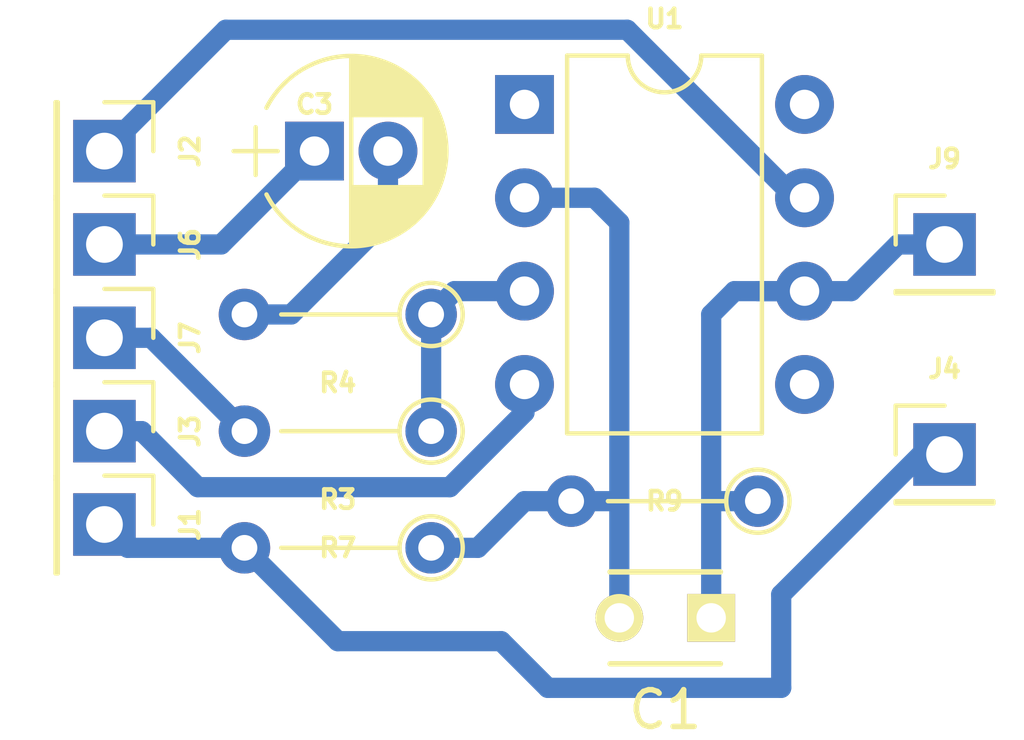
<source format=kicad_pcb>
(kicad_pcb (version 4) (host pcbnew 4.0.2+dfsg1-stable)

  (general
    (links 15)
    (no_connects 0)
    (area 140.4425 95.9925 168.668214 116.505)
    (thickness 1.6)
    (drawings 0)
    (tracks 48)
    (zones 0)
    (modules 14)
    (nets 13)
  )

  (page A4)
  (layers
    (0 F.Cu signal)
    (31 B.Cu signal)
    (32 B.Adhes user)
    (33 F.Adhes user)
    (34 B.Paste user)
    (35 F.Paste user)
    (36 B.SilkS user)
    (37 F.SilkS user)
    (38 B.Mask user)
    (39 F.Mask user)
    (40 Dwgs.User user)
    (41 Cmts.User user)
    (42 Eco1.User user)
    (43 Eco2.User user)
    (44 Edge.Cuts user)
    (45 Margin user)
    (46 B.CrtYd user)
    (47 F.CrtYd user)
    (48 B.Fab user)
    (49 F.Fab user)
  )

  (setup
    (last_trace_width 0.55)
    (trace_clearance 0.2)
    (zone_clearance 0.3)
    (zone_45_only no)
    (trace_min 0.2)
    (segment_width 0.2)
    (edge_width 0.1)
    (via_size 0.6)
    (via_drill 0.4)
    (via_min_size 0.4)
    (via_min_drill 0.3)
    (uvia_size 0.3)
    (uvia_drill 0.1)
    (uvias_allowed no)
    (uvia_min_size 0.2)
    (uvia_min_drill 0.1)
    (pcb_text_width 0.3)
    (pcb_text_size 1.5 1.5)
    (mod_edge_width 0.15)
    (mod_text_size 0.5 0.5)
    (mod_text_width 0.125)
    (pad_size 1.5 1.5)
    (pad_drill 0.6)
    (pad_to_mask_clearance 0)
    (aux_axis_origin 140.716 115.824)
    (visible_elements 7FFFFFFF)
    (pcbplotparams
      (layerselection 0x00000_80000000)
      (usegerberextensions false)
      (gerberprecision 5)
      (excludeedgelayer true)
      (linewidth 0.100000)
      (plotframeref false)
      (viasonmask false)
      (mode 1)
      (useauxorigin true)
      (hpglpennumber 1)
      (hpglpenspeed 20)
      (hpglpendiameter 15)
      (hpglpenoverlay 2)
      (psnegative false)
      (psa4output false)
      (plotreference true)
      (plotvalue true)
      (plotinvisibletext false)
      (padsonsilk false)
      (subtractmaskfromsilk false)
      (outputformat 1)
      (mirror false)
      (drillshape 0)
      (scaleselection 1)
      (outputdirectory gerber/))
  )

  (net 0 "")
  (net 1 "Net-(C3-Pad1)")
  (net 2 "Net-(C3-Pad2)")
  (net 3 GNDPWR)
  (net 4 "Net-(J2-Pad1)")
  (net 5 "Net-(J3-Pad1)")
  (net 6 "Net-(J7-Pad1)")
  (net 7 "Net-(R3-Pad1)")
  (net 8 "Net-(U1-Pad1)")
  (net 9 "Net-(U1-Pad5)")
  (net 10 "Net-(U1-Pad8)")
  (net 11 "Net-(C1-Pad1)")
  (net 12 "Net-(C1-Pad2)")

  (net_class Default "This is the default net class."
    (clearance 0.2)
    (trace_width 0.55)
    (via_dia 0.6)
    (via_drill 0.4)
    (uvia_dia 0.3)
    (uvia_drill 0.1)
    (add_net GNDPWR)
    (add_net "Net-(C1-Pad1)")
    (add_net "Net-(C1-Pad2)")
    (add_net "Net-(C3-Pad1)")
    (add_net "Net-(C3-Pad2)")
    (add_net "Net-(J2-Pad1)")
    (add_net "Net-(J3-Pad1)")
    (add_net "Net-(J7-Pad1)")
    (add_net "Net-(R3-Pad1)")
    (add_net "Net-(U1-Pad1)")
    (add_net "Net-(U1-Pad5)")
    (add_net "Net-(U1-Pad8)")
  )

  (module Pin_Headers:Pin_Header_Straight_1x01_Pitch2.54mm (layer F.Cu) (tedit 59650532) (tstamp 5AB0FE6F)
    (at 143.51 105.41 270)
    (descr "Through hole straight pin header, 1x01, 2.54mm pitch, single row")
    (tags "Through hole pin header THT 1x01 2.54mm single row")
    (path /5AA7F3D1)
    (fp_text reference J7 (at 0 -2.33 270) (layer F.SilkS)
      (effects (font (size 0.5 0.5) (thickness 0.125)))
    )
    (fp_text value "Bias In" (at 0 2.33 270) (layer F.Fab)
      (effects (font (size 0.5 0.5) (thickness 0.125)))
    )
    (fp_line (start -0.635 -1.27) (end 1.27 -1.27) (layer F.Fab) (width 0.1))
    (fp_line (start 1.27 -1.27) (end 1.27 1.27) (layer F.Fab) (width 0.1))
    (fp_line (start 1.27 1.27) (end -1.27 1.27) (layer F.Fab) (width 0.1))
    (fp_line (start -1.27 1.27) (end -1.27 -0.635) (layer F.Fab) (width 0.1))
    (fp_line (start -1.27 -0.635) (end -0.635 -1.27) (layer F.Fab) (width 0.1))
    (fp_line (start -1.33 1.33) (end 1.33 1.33) (layer F.SilkS) (width 0.12))
    (fp_line (start -1.33 1.27) (end -1.33 1.33) (layer F.SilkS) (width 0.12))
    (fp_line (start 1.33 1.27) (end 1.33 1.33) (layer F.SilkS) (width 0.12))
    (fp_line (start -1.33 1.27) (end 1.33 1.27) (layer F.SilkS) (width 0.12))
    (fp_line (start -1.33 0) (end -1.33 -1.33) (layer F.SilkS) (width 0.12))
    (fp_line (start -1.33 -1.33) (end 0 -1.33) (layer F.SilkS) (width 0.12))
    (fp_line (start -1.8 -1.8) (end -1.8 1.8) (layer F.CrtYd) (width 0.05))
    (fp_line (start -1.8 1.8) (end 1.8 1.8) (layer F.CrtYd) (width 0.05))
    (fp_line (start 1.8 1.8) (end 1.8 -1.8) (layer F.CrtYd) (width 0.05))
    (fp_line (start 1.8 -1.8) (end -1.8 -1.8) (layer F.CrtYd) (width 0.05))
    (fp_text user %R (at 0 0 360) (layer F.Fab)
      (effects (font (size 0.5 0.5) (thickness 0.125)))
    )
    (pad 1 thru_hole rect (at 0 0 270) (size 1.7 1.7) (drill 1) (layers *.Cu *.Mask)
      (net 6 "Net-(J7-Pad1)"))
    (model ${KISYS3DMOD}/Pin_Headers.3dshapes/Pin_Header_Straight_1x01_Pitch2.54mm.wrl
      (at (xyz 0 0 0))
      (scale (xyz 1 1 1))
      (rotate (xyz 0 0 0))
    )
  )

  (module Housings_DIP:DIP-8_W7.62mm (layer F.Cu) (tedit 59C78D6B) (tstamp 5AB0FE98)
    (at 154.94 99.06)
    (descr "8-lead though-hole mounted DIP package, row spacing 7.62 mm (300 mils)")
    (tags "THT DIP DIL PDIP 2.54mm 7.62mm 300mil")
    (path /5AA8F957)
    (fp_text reference U1 (at 3.81 -2.33) (layer F.SilkS)
      (effects (font (size 0.5 0.5) (thickness 0.125)))
    )
    (fp_text value LM318N (at 3.81 9.95) (layer F.Fab)
      (effects (font (size 0.5 0.5) (thickness 0.125)))
    )
    (fp_arc (start 3.81 -1.33) (end 2.81 -1.33) (angle -180) (layer F.SilkS) (width 0.12))
    (fp_line (start 1.635 -1.27) (end 6.985 -1.27) (layer F.Fab) (width 0.1))
    (fp_line (start 6.985 -1.27) (end 6.985 8.89) (layer F.Fab) (width 0.1))
    (fp_line (start 6.985 8.89) (end 0.635 8.89) (layer F.Fab) (width 0.1))
    (fp_line (start 0.635 8.89) (end 0.635 -0.27) (layer F.Fab) (width 0.1))
    (fp_line (start 0.635 -0.27) (end 1.635 -1.27) (layer F.Fab) (width 0.1))
    (fp_line (start 2.81 -1.33) (end 1.16 -1.33) (layer F.SilkS) (width 0.12))
    (fp_line (start 1.16 -1.33) (end 1.16 8.95) (layer F.SilkS) (width 0.12))
    (fp_line (start 1.16 8.95) (end 6.46 8.95) (layer F.SilkS) (width 0.12))
    (fp_line (start 6.46 8.95) (end 6.46 -1.33) (layer F.SilkS) (width 0.12))
    (fp_line (start 6.46 -1.33) (end 4.81 -1.33) (layer F.SilkS) (width 0.12))
    (fp_line (start -1.1 -1.55) (end -1.1 9.15) (layer F.CrtYd) (width 0.05))
    (fp_line (start -1.1 9.15) (end 8.7 9.15) (layer F.CrtYd) (width 0.05))
    (fp_line (start 8.7 9.15) (end 8.7 -1.55) (layer F.CrtYd) (width 0.05))
    (fp_line (start 8.7 -1.55) (end -1.1 -1.55) (layer F.CrtYd) (width 0.05))
    (fp_text user %R (at 3.81 3.81) (layer F.Fab)
      (effects (font (size 0.5 0.5) (thickness 0.125)))
    )
    (pad 1 thru_hole rect (at 0 0) (size 1.6 1.6) (drill 0.8) (layers *.Cu *.Mask)
      (net 8 "Net-(U1-Pad1)"))
    (pad 5 thru_hole oval (at 7.62 7.62) (size 1.6 1.6) (drill 0.8) (layers *.Cu *.Mask)
      (net 9 "Net-(U1-Pad5)"))
    (pad 2 thru_hole oval (at 0 2.54) (size 1.6 1.6) (drill 0.8) (layers *.Cu *.Mask)
      (net 12 "Net-(C1-Pad2)"))
    (pad 6 thru_hole oval (at 7.62 5.08) (size 1.6 1.6) (drill 0.8) (layers *.Cu *.Mask)
      (net 11 "Net-(C1-Pad1)"))
    (pad 3 thru_hole oval (at 0 5.08) (size 1.6 1.6) (drill 0.8) (layers *.Cu *.Mask)
      (net 7 "Net-(R3-Pad1)"))
    (pad 7 thru_hole oval (at 7.62 2.54) (size 1.6 1.6) (drill 0.8) (layers *.Cu *.Mask)
      (net 4 "Net-(J2-Pad1)"))
    (pad 4 thru_hole oval (at 0 7.62) (size 1.6 1.6) (drill 0.8) (layers *.Cu *.Mask)
      (net 5 "Net-(J3-Pad1)"))
    (pad 8 thru_hole oval (at 7.62 0) (size 1.6 1.6) (drill 0.8) (layers *.Cu *.Mask)
      (net 10 "Net-(U1-Pad8)"))
    (model ${KISYS3DMOD}/Housings_DIP.3dshapes/DIP-8_W7.62mm.wrl
      (at (xyz 0 0 0))
      (scale (xyz 1 1 1))
      (rotate (xyz 0 0 0))
    )
  )

  (module Capacitors_THT:CP_Radial_D5.0mm_P2.00mm (layer F.Cu) (tedit 5AB20CFF) (tstamp 5AB0FE51)
    (at 149.225 100.33)
    (descr "CP, Radial series, Radial, pin pitch=2.00mm, , diameter=5mm, Electrolytic Capacitor")
    (tags "CP Radial series Radial pin pitch 2.00mm  diameter 5mm Electrolytic Capacitor")
    (path /5AB0D85C)
    (fp_text reference C3 (at 0 -1.27) (layer F.SilkS)
      (effects (font (size 0.5 0.5) (thickness 0.125)))
    )
    (fp_text value 47uF (at 1 3.81) (layer F.Fab)
      (effects (font (size 0.5 0.5) (thickness 0.125)))
    )
    (fp_arc (start 1 0) (end -1.30558 -1.18) (angle 125.8) (layer F.SilkS) (width 0.12))
    (fp_arc (start 1 0) (end -1.30558 1.18) (angle -125.8) (layer F.SilkS) (width 0.12))
    (fp_arc (start 1 0) (end 3.30558 -1.18) (angle 54.2) (layer F.SilkS) (width 0.12))
    (fp_circle (center 1 0) (end 3.5 0) (layer F.Fab) (width 0.1))
    (fp_line (start -2.2 0) (end -1 0) (layer F.Fab) (width 0.1))
    (fp_line (start -1.6 -0.65) (end -1.6 0.65) (layer F.Fab) (width 0.1))
    (fp_line (start 1 -2.55) (end 1 2.55) (layer F.SilkS) (width 0.12))
    (fp_line (start 1.04 -2.55) (end 1.04 -0.98) (layer F.SilkS) (width 0.12))
    (fp_line (start 1.04 0.98) (end 1.04 2.55) (layer F.SilkS) (width 0.12))
    (fp_line (start 1.08 -2.549) (end 1.08 -0.98) (layer F.SilkS) (width 0.12))
    (fp_line (start 1.08 0.98) (end 1.08 2.549) (layer F.SilkS) (width 0.12))
    (fp_line (start 1.12 -2.548) (end 1.12 -0.98) (layer F.SilkS) (width 0.12))
    (fp_line (start 1.12 0.98) (end 1.12 2.548) (layer F.SilkS) (width 0.12))
    (fp_line (start 1.16 -2.546) (end 1.16 -0.98) (layer F.SilkS) (width 0.12))
    (fp_line (start 1.16 0.98) (end 1.16 2.546) (layer F.SilkS) (width 0.12))
    (fp_line (start 1.2 -2.543) (end 1.2 -0.98) (layer F.SilkS) (width 0.12))
    (fp_line (start 1.2 0.98) (end 1.2 2.543) (layer F.SilkS) (width 0.12))
    (fp_line (start 1.24 -2.539) (end 1.24 -0.98) (layer F.SilkS) (width 0.12))
    (fp_line (start 1.24 0.98) (end 1.24 2.539) (layer F.SilkS) (width 0.12))
    (fp_line (start 1.28 -2.535) (end 1.28 -0.98) (layer F.SilkS) (width 0.12))
    (fp_line (start 1.28 0.98) (end 1.28 2.535) (layer F.SilkS) (width 0.12))
    (fp_line (start 1.32 -2.531) (end 1.32 -0.98) (layer F.SilkS) (width 0.12))
    (fp_line (start 1.32 0.98) (end 1.32 2.531) (layer F.SilkS) (width 0.12))
    (fp_line (start 1.36 -2.525) (end 1.36 -0.98) (layer F.SilkS) (width 0.12))
    (fp_line (start 1.36 0.98) (end 1.36 2.525) (layer F.SilkS) (width 0.12))
    (fp_line (start 1.4 -2.519) (end 1.4 -0.98) (layer F.SilkS) (width 0.12))
    (fp_line (start 1.4 0.98) (end 1.4 2.519) (layer F.SilkS) (width 0.12))
    (fp_line (start 1.44 -2.513) (end 1.44 -0.98) (layer F.SilkS) (width 0.12))
    (fp_line (start 1.44 0.98) (end 1.44 2.513) (layer F.SilkS) (width 0.12))
    (fp_line (start 1.48 -2.506) (end 1.48 -0.98) (layer F.SilkS) (width 0.12))
    (fp_line (start 1.48 0.98) (end 1.48 2.506) (layer F.SilkS) (width 0.12))
    (fp_line (start 1.52 -2.498) (end 1.52 -0.98) (layer F.SilkS) (width 0.12))
    (fp_line (start 1.52 0.98) (end 1.52 2.498) (layer F.SilkS) (width 0.12))
    (fp_line (start 1.56 -2.489) (end 1.56 -0.98) (layer F.SilkS) (width 0.12))
    (fp_line (start 1.56 0.98) (end 1.56 2.489) (layer F.SilkS) (width 0.12))
    (fp_line (start 1.6 -2.48) (end 1.6 -0.98) (layer F.SilkS) (width 0.12))
    (fp_line (start 1.6 0.98) (end 1.6 2.48) (layer F.SilkS) (width 0.12))
    (fp_line (start 1.64 -2.47) (end 1.64 -0.98) (layer F.SilkS) (width 0.12))
    (fp_line (start 1.64 0.98) (end 1.64 2.47) (layer F.SilkS) (width 0.12))
    (fp_line (start 1.68 -2.46) (end 1.68 -0.98) (layer F.SilkS) (width 0.12))
    (fp_line (start 1.68 0.98) (end 1.68 2.46) (layer F.SilkS) (width 0.12))
    (fp_line (start 1.721 -2.448) (end 1.721 -0.98) (layer F.SilkS) (width 0.12))
    (fp_line (start 1.721 0.98) (end 1.721 2.448) (layer F.SilkS) (width 0.12))
    (fp_line (start 1.761 -2.436) (end 1.761 -0.98) (layer F.SilkS) (width 0.12))
    (fp_line (start 1.761 0.98) (end 1.761 2.436) (layer F.SilkS) (width 0.12))
    (fp_line (start 1.801 -2.424) (end 1.801 -0.98) (layer F.SilkS) (width 0.12))
    (fp_line (start 1.801 0.98) (end 1.801 2.424) (layer F.SilkS) (width 0.12))
    (fp_line (start 1.841 -2.41) (end 1.841 -0.98) (layer F.SilkS) (width 0.12))
    (fp_line (start 1.841 0.98) (end 1.841 2.41) (layer F.SilkS) (width 0.12))
    (fp_line (start 1.881 -2.396) (end 1.881 -0.98) (layer F.SilkS) (width 0.12))
    (fp_line (start 1.881 0.98) (end 1.881 2.396) (layer F.SilkS) (width 0.12))
    (fp_line (start 1.921 -2.382) (end 1.921 -0.98) (layer F.SilkS) (width 0.12))
    (fp_line (start 1.921 0.98) (end 1.921 2.382) (layer F.SilkS) (width 0.12))
    (fp_line (start 1.961 -2.366) (end 1.961 -0.98) (layer F.SilkS) (width 0.12))
    (fp_line (start 1.961 0.98) (end 1.961 2.366) (layer F.SilkS) (width 0.12))
    (fp_line (start 2.001 -2.35) (end 2.001 -0.98) (layer F.SilkS) (width 0.12))
    (fp_line (start 2.001 0.98) (end 2.001 2.35) (layer F.SilkS) (width 0.12))
    (fp_line (start 2.041 -2.333) (end 2.041 -0.98) (layer F.SilkS) (width 0.12))
    (fp_line (start 2.041 0.98) (end 2.041 2.333) (layer F.SilkS) (width 0.12))
    (fp_line (start 2.081 -2.315) (end 2.081 -0.98) (layer F.SilkS) (width 0.12))
    (fp_line (start 2.081 0.98) (end 2.081 2.315) (layer F.SilkS) (width 0.12))
    (fp_line (start 2.121 -2.296) (end 2.121 -0.98) (layer F.SilkS) (width 0.12))
    (fp_line (start 2.121 0.98) (end 2.121 2.296) (layer F.SilkS) (width 0.12))
    (fp_line (start 2.161 -2.276) (end 2.161 -0.98) (layer F.SilkS) (width 0.12))
    (fp_line (start 2.161 0.98) (end 2.161 2.276) (layer F.SilkS) (width 0.12))
    (fp_line (start 2.201 -2.256) (end 2.201 -0.98) (layer F.SilkS) (width 0.12))
    (fp_line (start 2.201 0.98) (end 2.201 2.256) (layer F.SilkS) (width 0.12))
    (fp_line (start 2.241 -2.234) (end 2.241 -0.98) (layer F.SilkS) (width 0.12))
    (fp_line (start 2.241 0.98) (end 2.241 2.234) (layer F.SilkS) (width 0.12))
    (fp_line (start 2.281 -2.212) (end 2.281 -0.98) (layer F.SilkS) (width 0.12))
    (fp_line (start 2.281 0.98) (end 2.281 2.212) (layer F.SilkS) (width 0.12))
    (fp_line (start 2.321 -2.189) (end 2.321 -0.98) (layer F.SilkS) (width 0.12))
    (fp_line (start 2.321 0.98) (end 2.321 2.189) (layer F.SilkS) (width 0.12))
    (fp_line (start 2.361 -2.165) (end 2.361 -0.98) (layer F.SilkS) (width 0.12))
    (fp_line (start 2.361 0.98) (end 2.361 2.165) (layer F.SilkS) (width 0.12))
    (fp_line (start 2.401 -2.14) (end 2.401 -0.98) (layer F.SilkS) (width 0.12))
    (fp_line (start 2.401 0.98) (end 2.401 2.14) (layer F.SilkS) (width 0.12))
    (fp_line (start 2.441 -2.113) (end 2.441 -0.98) (layer F.SilkS) (width 0.12))
    (fp_line (start 2.441 0.98) (end 2.441 2.113) (layer F.SilkS) (width 0.12))
    (fp_line (start 2.481 -2.086) (end 2.481 -0.98) (layer F.SilkS) (width 0.12))
    (fp_line (start 2.481 0.98) (end 2.481 2.086) (layer F.SilkS) (width 0.12))
    (fp_line (start 2.521 -2.058) (end 2.521 -0.98) (layer F.SilkS) (width 0.12))
    (fp_line (start 2.521 0.98) (end 2.521 2.058) (layer F.SilkS) (width 0.12))
    (fp_line (start 2.561 -2.028) (end 2.561 -0.98) (layer F.SilkS) (width 0.12))
    (fp_line (start 2.561 0.98) (end 2.561 2.028) (layer F.SilkS) (width 0.12))
    (fp_line (start 2.601 -1.997) (end 2.601 -0.98) (layer F.SilkS) (width 0.12))
    (fp_line (start 2.601 0.98) (end 2.601 1.997) (layer F.SilkS) (width 0.12))
    (fp_line (start 2.641 -1.965) (end 2.641 -0.98) (layer F.SilkS) (width 0.12))
    (fp_line (start 2.641 0.98) (end 2.641 1.965) (layer F.SilkS) (width 0.12))
    (fp_line (start 2.681 -1.932) (end 2.681 -0.98) (layer F.SilkS) (width 0.12))
    (fp_line (start 2.681 0.98) (end 2.681 1.932) (layer F.SilkS) (width 0.12))
    (fp_line (start 2.721 -1.897) (end 2.721 -0.98) (layer F.SilkS) (width 0.12))
    (fp_line (start 2.721 0.98) (end 2.721 1.897) (layer F.SilkS) (width 0.12))
    (fp_line (start 2.761 -1.861) (end 2.761 -0.98) (layer F.SilkS) (width 0.12))
    (fp_line (start 2.761 0.98) (end 2.761 1.861) (layer F.SilkS) (width 0.12))
    (fp_line (start 2.801 -1.823) (end 2.801 -0.98) (layer F.SilkS) (width 0.12))
    (fp_line (start 2.801 0.98) (end 2.801 1.823) (layer F.SilkS) (width 0.12))
    (fp_line (start 2.841 -1.783) (end 2.841 -0.98) (layer F.SilkS) (width 0.12))
    (fp_line (start 2.841 0.98) (end 2.841 1.783) (layer F.SilkS) (width 0.12))
    (fp_line (start 2.881 -1.742) (end 2.881 -0.98) (layer F.SilkS) (width 0.12))
    (fp_line (start 2.881 0.98) (end 2.881 1.742) (layer F.SilkS) (width 0.12))
    (fp_line (start 2.921 -1.699) (end 2.921 -0.98) (layer F.SilkS) (width 0.12))
    (fp_line (start 2.921 0.98) (end 2.921 1.699) (layer F.SilkS) (width 0.12))
    (fp_line (start 2.961 -1.654) (end 2.961 -0.98) (layer F.SilkS) (width 0.12))
    (fp_line (start 2.961 0.98) (end 2.961 1.654) (layer F.SilkS) (width 0.12))
    (fp_line (start 3.001 -1.606) (end 3.001 1.606) (layer F.SilkS) (width 0.12))
    (fp_line (start 3.041 -1.556) (end 3.041 1.556) (layer F.SilkS) (width 0.12))
    (fp_line (start 3.081 -1.504) (end 3.081 1.504) (layer F.SilkS) (width 0.12))
    (fp_line (start 3.121 -1.448) (end 3.121 1.448) (layer F.SilkS) (width 0.12))
    (fp_line (start 3.161 -1.39) (end 3.161 1.39) (layer F.SilkS) (width 0.12))
    (fp_line (start 3.201 -1.327) (end 3.201 1.327) (layer F.SilkS) (width 0.12))
    (fp_line (start 3.241 -1.261) (end 3.241 1.261) (layer F.SilkS) (width 0.12))
    (fp_line (start 3.281 -1.189) (end 3.281 1.189) (layer F.SilkS) (width 0.12))
    (fp_line (start 3.321 -1.112) (end 3.321 1.112) (layer F.SilkS) (width 0.12))
    (fp_line (start 3.361 -1.028) (end 3.361 1.028) (layer F.SilkS) (width 0.12))
    (fp_line (start 3.401 -0.934) (end 3.401 0.934) (layer F.SilkS) (width 0.12))
    (fp_line (start 3.441 -0.829) (end 3.441 0.829) (layer F.SilkS) (width 0.12))
    (fp_line (start 3.481 -0.707) (end 3.481 0.707) (layer F.SilkS) (width 0.12))
    (fp_line (start 3.521 -0.559) (end 3.521 0.559) (layer F.SilkS) (width 0.12))
    (fp_line (start 3.561 -0.354) (end 3.561 0.354) (layer F.SilkS) (width 0.12))
    (fp_line (start -2.2 0) (end -1 0) (layer F.SilkS) (width 0.12))
    (fp_line (start -1.6 -0.65) (end -1.6 0.65) (layer F.SilkS) (width 0.12))
    (fp_line (start -1.85 -2.85) (end -1.85 2.85) (layer F.CrtYd) (width 0.05))
    (fp_line (start -1.85 2.85) (end 3.85 2.85) (layer F.CrtYd) (width 0.05))
    (fp_line (start 3.85 2.85) (end 3.85 -2.85) (layer F.CrtYd) (width 0.05))
    (fp_line (start 3.85 -2.85) (end -1.85 -2.85) (layer F.CrtYd) (width 0.05))
    (fp_text user %R (at 1 0) (layer F.Fab)
      (effects (font (size 0.5 0.5) (thickness 0.125)))
    )
    (pad 1 thru_hole rect (at 0 0) (size 1.6 1.6) (drill 0.8) (layers *.Cu *.Mask)
      (net 1 "Net-(C3-Pad1)"))
    (pad 2 thru_hole circle (at 2 0) (size 1.6 1.6) (drill 0.8) (layers *.Cu *.Mask)
      (net 2 "Net-(C3-Pad2)"))
    (model ${KISYS3DMOD}/Capacitors_THT.3dshapes/CP_Radial_D5.0mm_P2.00mm.wrl
      (at (xyz 0 0 0))
      (scale (xyz 1 1 1))
      (rotate (xyz 0 0 0))
    )
  )

  (module Pin_Headers:Pin_Header_Straight_1x01_Pitch2.54mm (layer F.Cu) (tedit 59650532) (tstamp 5AB0FE56)
    (at 143.51 110.49 270)
    (descr "Through hole straight pin header, 1x01, 2.54mm pitch, single row")
    (tags "Through hole pin header THT 1x01 2.54mm single row")
    (path /5AB1070E)
    (fp_text reference J1 (at 0 -2.33 270) (layer F.SilkS)
      (effects (font (size 0.5 0.5) (thickness 0.125)))
    )
    (fp_text value "GND in" (at 0 2.33 270) (layer F.Fab)
      (effects (font (size 0.5 0.5) (thickness 0.125)))
    )
    (fp_line (start -0.635 -1.27) (end 1.27 -1.27) (layer F.Fab) (width 0.1))
    (fp_line (start 1.27 -1.27) (end 1.27 1.27) (layer F.Fab) (width 0.1))
    (fp_line (start 1.27 1.27) (end -1.27 1.27) (layer F.Fab) (width 0.1))
    (fp_line (start -1.27 1.27) (end -1.27 -0.635) (layer F.Fab) (width 0.1))
    (fp_line (start -1.27 -0.635) (end -0.635 -1.27) (layer F.Fab) (width 0.1))
    (fp_line (start -1.33 1.33) (end 1.33 1.33) (layer F.SilkS) (width 0.12))
    (fp_line (start -1.33 1.27) (end -1.33 1.33) (layer F.SilkS) (width 0.12))
    (fp_line (start 1.33 1.27) (end 1.33 1.33) (layer F.SilkS) (width 0.12))
    (fp_line (start -1.33 1.27) (end 1.33 1.27) (layer F.SilkS) (width 0.12))
    (fp_line (start -1.33 0) (end -1.33 -1.33) (layer F.SilkS) (width 0.12))
    (fp_line (start -1.33 -1.33) (end 0 -1.33) (layer F.SilkS) (width 0.12))
    (fp_line (start -1.8 -1.8) (end -1.8 1.8) (layer F.CrtYd) (width 0.05))
    (fp_line (start -1.8 1.8) (end 1.8 1.8) (layer F.CrtYd) (width 0.05))
    (fp_line (start 1.8 1.8) (end 1.8 -1.8) (layer F.CrtYd) (width 0.05))
    (fp_line (start 1.8 -1.8) (end -1.8 -1.8) (layer F.CrtYd) (width 0.05))
    (fp_text user %R (at 0 0 360) (layer F.Fab)
      (effects (font (size 0.5 0.5) (thickness 0.125)))
    )
    (pad 1 thru_hole rect (at 0 0 270) (size 1.7 1.7) (drill 1) (layers *.Cu *.Mask)
      (net 3 GNDPWR))
    (model ${KISYS3DMOD}/Pin_Headers.3dshapes/Pin_Header_Straight_1x01_Pitch2.54mm.wrl
      (at (xyz 0 0 0))
      (scale (xyz 1 1 1))
      (rotate (xyz 0 0 0))
    )
  )

  (module Pin_Headers:Pin_Header_Straight_1x01_Pitch2.54mm (layer F.Cu) (tedit 59650532) (tstamp 5AB0FE5B)
    (at 143.51 100.33 270)
    (descr "Through hole straight pin header, 1x01, 2.54mm pitch, single row")
    (tags "Through hole pin header THT 1x01 2.54mm single row")
    (path /5AB10799)
    (fp_text reference J2 (at 0 -2.33 270) (layer F.SilkS)
      (effects (font (size 0.5 0.5) (thickness 0.125)))
    )
    (fp_text value "VDD in" (at 0 2.33 270) (layer F.Fab)
      (effects (font (size 0.5 0.5) (thickness 0.125)))
    )
    (fp_line (start -0.635 -1.27) (end 1.27 -1.27) (layer F.Fab) (width 0.1))
    (fp_line (start 1.27 -1.27) (end 1.27 1.27) (layer F.Fab) (width 0.1))
    (fp_line (start 1.27 1.27) (end -1.27 1.27) (layer F.Fab) (width 0.1))
    (fp_line (start -1.27 1.27) (end -1.27 -0.635) (layer F.Fab) (width 0.1))
    (fp_line (start -1.27 -0.635) (end -0.635 -1.27) (layer F.Fab) (width 0.1))
    (fp_line (start -1.33 1.33) (end 1.33 1.33) (layer F.SilkS) (width 0.12))
    (fp_line (start -1.33 1.27) (end -1.33 1.33) (layer F.SilkS) (width 0.12))
    (fp_line (start 1.33 1.27) (end 1.33 1.33) (layer F.SilkS) (width 0.12))
    (fp_line (start -1.33 1.27) (end 1.33 1.27) (layer F.SilkS) (width 0.12))
    (fp_line (start -1.33 0) (end -1.33 -1.33) (layer F.SilkS) (width 0.12))
    (fp_line (start -1.33 -1.33) (end 0 -1.33) (layer F.SilkS) (width 0.12))
    (fp_line (start -1.8 -1.8) (end -1.8 1.8) (layer F.CrtYd) (width 0.05))
    (fp_line (start -1.8 1.8) (end 1.8 1.8) (layer F.CrtYd) (width 0.05))
    (fp_line (start 1.8 1.8) (end 1.8 -1.8) (layer F.CrtYd) (width 0.05))
    (fp_line (start 1.8 -1.8) (end -1.8 -1.8) (layer F.CrtYd) (width 0.05))
    (fp_text user %R (at 0 0 360) (layer F.Fab)
      (effects (font (size 0.5 0.5) (thickness 0.125)))
    )
    (pad 1 thru_hole rect (at 0 0 270) (size 1.7 1.7) (drill 1) (layers *.Cu *.Mask)
      (net 4 "Net-(J2-Pad1)"))
    (model ${KISYS3DMOD}/Pin_Headers.3dshapes/Pin_Header_Straight_1x01_Pitch2.54mm.wrl
      (at (xyz 0 0 0))
      (scale (xyz 1 1 1))
      (rotate (xyz 0 0 0))
    )
  )

  (module Pin_Headers:Pin_Header_Straight_1x01_Pitch2.54mm (layer F.Cu) (tedit 59650532) (tstamp 5AB0FE60)
    (at 143.51 107.95 270)
    (descr "Through hole straight pin header, 1x01, 2.54mm pitch, single row")
    (tags "Through hole pin header THT 1x01 2.54mm single row")
    (path /5AB10755)
    (fp_text reference J3 (at 0 -2.33 270) (layer F.SilkS)
      (effects (font (size 0.5 0.5) (thickness 0.125)))
    )
    (fp_text value "VSS in" (at 0 2.33 270) (layer F.Fab)
      (effects (font (size 0.5 0.5) (thickness 0.125)))
    )
    (fp_line (start -0.635 -1.27) (end 1.27 -1.27) (layer F.Fab) (width 0.1))
    (fp_line (start 1.27 -1.27) (end 1.27 1.27) (layer F.Fab) (width 0.1))
    (fp_line (start 1.27 1.27) (end -1.27 1.27) (layer F.Fab) (width 0.1))
    (fp_line (start -1.27 1.27) (end -1.27 -0.635) (layer F.Fab) (width 0.1))
    (fp_line (start -1.27 -0.635) (end -0.635 -1.27) (layer F.Fab) (width 0.1))
    (fp_line (start -1.33 1.33) (end 1.33 1.33) (layer F.SilkS) (width 0.12))
    (fp_line (start -1.33 1.27) (end -1.33 1.33) (layer F.SilkS) (width 0.12))
    (fp_line (start 1.33 1.27) (end 1.33 1.33) (layer F.SilkS) (width 0.12))
    (fp_line (start -1.33 1.27) (end 1.33 1.27) (layer F.SilkS) (width 0.12))
    (fp_line (start -1.33 0) (end -1.33 -1.33) (layer F.SilkS) (width 0.12))
    (fp_line (start -1.33 -1.33) (end 0 -1.33) (layer F.SilkS) (width 0.12))
    (fp_line (start -1.8 -1.8) (end -1.8 1.8) (layer F.CrtYd) (width 0.05))
    (fp_line (start -1.8 1.8) (end 1.8 1.8) (layer F.CrtYd) (width 0.05))
    (fp_line (start 1.8 1.8) (end 1.8 -1.8) (layer F.CrtYd) (width 0.05))
    (fp_line (start 1.8 -1.8) (end -1.8 -1.8) (layer F.CrtYd) (width 0.05))
    (fp_text user %R (at 0 0 360) (layer F.Fab)
      (effects (font (size 0.5 0.5) (thickness 0.125)))
    )
    (pad 1 thru_hole rect (at 0 0 270) (size 1.7 1.7) (drill 1) (layers *.Cu *.Mask)
      (net 5 "Net-(J3-Pad1)"))
    (model ${KISYS3DMOD}/Pin_Headers.3dshapes/Pin_Header_Straight_1x01_Pitch2.54mm.wrl
      (at (xyz 0 0 0))
      (scale (xyz 1 1 1))
      (rotate (xyz 0 0 0))
    )
  )

  (module Pin_Headers:Pin_Header_Straight_1x01_Pitch2.54mm (layer F.Cu) (tedit 59650532) (tstamp 5AB0FE65)
    (at 166.37 108.585)
    (descr "Through hole straight pin header, 1x01, 2.54mm pitch, single row")
    (tags "Through hole pin header THT 1x01 2.54mm single row")
    (path /5AB109F7)
    (fp_text reference J4 (at 0 -2.33) (layer F.SilkS)
      (effects (font (size 0.5 0.5) (thickness 0.125)))
    )
    (fp_text value "Signal gnd" (at 0 2.33) (layer F.Fab)
      (effects (font (size 0.5 0.5) (thickness 0.125)))
    )
    (fp_line (start -0.635 -1.27) (end 1.27 -1.27) (layer F.Fab) (width 0.1))
    (fp_line (start 1.27 -1.27) (end 1.27 1.27) (layer F.Fab) (width 0.1))
    (fp_line (start 1.27 1.27) (end -1.27 1.27) (layer F.Fab) (width 0.1))
    (fp_line (start -1.27 1.27) (end -1.27 -0.635) (layer F.Fab) (width 0.1))
    (fp_line (start -1.27 -0.635) (end -0.635 -1.27) (layer F.Fab) (width 0.1))
    (fp_line (start -1.33 1.33) (end 1.33 1.33) (layer F.SilkS) (width 0.12))
    (fp_line (start -1.33 1.27) (end -1.33 1.33) (layer F.SilkS) (width 0.12))
    (fp_line (start 1.33 1.27) (end 1.33 1.33) (layer F.SilkS) (width 0.12))
    (fp_line (start -1.33 1.27) (end 1.33 1.27) (layer F.SilkS) (width 0.12))
    (fp_line (start -1.33 0) (end -1.33 -1.33) (layer F.SilkS) (width 0.12))
    (fp_line (start -1.33 -1.33) (end 0 -1.33) (layer F.SilkS) (width 0.12))
    (fp_line (start -1.8 -1.8) (end -1.8 1.8) (layer F.CrtYd) (width 0.05))
    (fp_line (start -1.8 1.8) (end 1.8 1.8) (layer F.CrtYd) (width 0.05))
    (fp_line (start 1.8 1.8) (end 1.8 -1.8) (layer F.CrtYd) (width 0.05))
    (fp_line (start 1.8 -1.8) (end -1.8 -1.8) (layer F.CrtYd) (width 0.05))
    (fp_text user %R (at 0 0 90) (layer F.Fab)
      (effects (font (size 0.5 0.5) (thickness 0.125)))
    )
    (pad 1 thru_hole rect (at 0 0) (size 1.7 1.7) (drill 1) (layers *.Cu *.Mask)
      (net 3 GNDPWR))
    (model ${KISYS3DMOD}/Pin_Headers.3dshapes/Pin_Header_Straight_1x01_Pitch2.54mm.wrl
      (at (xyz 0 0 0))
      (scale (xyz 1 1 1))
      (rotate (xyz 0 0 0))
    )
  )

  (module Pin_Headers:Pin_Header_Straight_1x01_Pitch2.54mm (layer F.Cu) (tedit 59650532) (tstamp 5AB0FE6A)
    (at 143.51 102.87 270)
    (descr "Through hole straight pin header, 1x01, 2.54mm pitch, single row")
    (tags "Through hole pin header THT 1x01 2.54mm single row")
    (path /5AA7EEFA)
    (fp_text reference J6 (at 0 -2.33 270) (layer F.SilkS)
      (effects (font (size 0.5 0.5) (thickness 0.125)))
    )
    (fp_text value "Signal In" (at 0 2.33 270) (layer F.Fab)
      (effects (font (size 0.5 0.5) (thickness 0.125)))
    )
    (fp_line (start -0.635 -1.27) (end 1.27 -1.27) (layer F.Fab) (width 0.1))
    (fp_line (start 1.27 -1.27) (end 1.27 1.27) (layer F.Fab) (width 0.1))
    (fp_line (start 1.27 1.27) (end -1.27 1.27) (layer F.Fab) (width 0.1))
    (fp_line (start -1.27 1.27) (end -1.27 -0.635) (layer F.Fab) (width 0.1))
    (fp_line (start -1.27 -0.635) (end -0.635 -1.27) (layer F.Fab) (width 0.1))
    (fp_line (start -1.33 1.33) (end 1.33 1.33) (layer F.SilkS) (width 0.12))
    (fp_line (start -1.33 1.27) (end -1.33 1.33) (layer F.SilkS) (width 0.12))
    (fp_line (start 1.33 1.27) (end 1.33 1.33) (layer F.SilkS) (width 0.12))
    (fp_line (start -1.33 1.27) (end 1.33 1.27) (layer F.SilkS) (width 0.12))
    (fp_line (start -1.33 0) (end -1.33 -1.33) (layer F.SilkS) (width 0.12))
    (fp_line (start -1.33 -1.33) (end 0 -1.33) (layer F.SilkS) (width 0.12))
    (fp_line (start -1.8 -1.8) (end -1.8 1.8) (layer F.CrtYd) (width 0.05))
    (fp_line (start -1.8 1.8) (end 1.8 1.8) (layer F.CrtYd) (width 0.05))
    (fp_line (start 1.8 1.8) (end 1.8 -1.8) (layer F.CrtYd) (width 0.05))
    (fp_line (start 1.8 -1.8) (end -1.8 -1.8) (layer F.CrtYd) (width 0.05))
    (fp_text user %R (at 0 0 360) (layer F.Fab)
      (effects (font (size 0.5 0.5) (thickness 0.125)))
    )
    (pad 1 thru_hole rect (at 0 0 270) (size 1.7 1.7) (drill 1) (layers *.Cu *.Mask)
      (net 1 "Net-(C3-Pad1)"))
    (model ${KISYS3DMOD}/Pin_Headers.3dshapes/Pin_Header_Straight_1x01_Pitch2.54mm.wrl
      (at (xyz 0 0 0))
      (scale (xyz 1 1 1))
      (rotate (xyz 0 0 0))
    )
  )

  (module Pin_Headers:Pin_Header_Straight_1x01_Pitch2.54mm (layer F.Cu) (tedit 59650532) (tstamp 5AB0FE74)
    (at 166.37 102.87)
    (descr "Through hole straight pin header, 1x01, 2.54mm pitch, single row")
    (tags "Through hole pin header THT 1x01 2.54mm single row")
    (path /5AB0E23E)
    (fp_text reference J9 (at 0 -2.33) (layer F.SilkS)
      (effects (font (size 0.5 0.5) (thickness 0.125)))
    )
    (fp_text value "Signal out" (at 0 2.33) (layer F.Fab)
      (effects (font (size 0.5 0.5) (thickness 0.125)))
    )
    (fp_line (start -0.635 -1.27) (end 1.27 -1.27) (layer F.Fab) (width 0.1))
    (fp_line (start 1.27 -1.27) (end 1.27 1.27) (layer F.Fab) (width 0.1))
    (fp_line (start 1.27 1.27) (end -1.27 1.27) (layer F.Fab) (width 0.1))
    (fp_line (start -1.27 1.27) (end -1.27 -0.635) (layer F.Fab) (width 0.1))
    (fp_line (start -1.27 -0.635) (end -0.635 -1.27) (layer F.Fab) (width 0.1))
    (fp_line (start -1.33 1.33) (end 1.33 1.33) (layer F.SilkS) (width 0.12))
    (fp_line (start -1.33 1.27) (end -1.33 1.33) (layer F.SilkS) (width 0.12))
    (fp_line (start 1.33 1.27) (end 1.33 1.33) (layer F.SilkS) (width 0.12))
    (fp_line (start -1.33 1.27) (end 1.33 1.27) (layer F.SilkS) (width 0.12))
    (fp_line (start -1.33 0) (end -1.33 -1.33) (layer F.SilkS) (width 0.12))
    (fp_line (start -1.33 -1.33) (end 0 -1.33) (layer F.SilkS) (width 0.12))
    (fp_line (start -1.8 -1.8) (end -1.8 1.8) (layer F.CrtYd) (width 0.05))
    (fp_line (start -1.8 1.8) (end 1.8 1.8) (layer F.CrtYd) (width 0.05))
    (fp_line (start 1.8 1.8) (end 1.8 -1.8) (layer F.CrtYd) (width 0.05))
    (fp_line (start 1.8 -1.8) (end -1.8 -1.8) (layer F.CrtYd) (width 0.05))
    (fp_text user %R (at 0 0 90) (layer F.Fab)
      (effects (font (size 0.5 0.5) (thickness 0.125)))
    )
    (pad 1 thru_hole rect (at 0 0) (size 1.7 1.7) (drill 1) (layers *.Cu *.Mask)
      (net 11 "Net-(C1-Pad1)"))
    (model ${KISYS3DMOD}/Pin_Headers.3dshapes/Pin_Header_Straight_1x01_Pitch2.54mm.wrl
      (at (xyz 0 0 0))
      (scale (xyz 1 1 1))
      (rotate (xyz 0 0 0))
    )
  )

  (module Resistors_THT:R_Axial_DIN0204_L3.6mm_D1.6mm_P5.08mm_Vertical (layer F.Cu) (tedit 5874F706) (tstamp 5AB0FE7A)
    (at 152.4 107.95 180)
    (descr "Resistor, Axial_DIN0204 series, Axial, Vertical, pin pitch=5.08mm, 0.16666666666666666W = 1/6W, length*diameter=3.6*1.6mm^2, http://cdn-reichelt.de/documents/datenblatt/B400/1_4W%23YAG.pdf")
    (tags "Resistor Axial_DIN0204 series Axial Vertical pin pitch 5.08mm 0.16666666666666666W = 1/6W length 3.6mm diameter 1.6mm")
    (path /5AA7ED5E)
    (fp_text reference R3 (at 2.54 -1.86 180) (layer F.SilkS)
      (effects (font (size 0.5 0.5) (thickness 0.125)))
    )
    (fp_text value R (at 2.54 1.86 180) (layer F.Fab)
      (effects (font (size 0.5 0.5) (thickness 0.125)))
    )
    (fp_circle (center 0 0) (end 0.8 0) (layer F.Fab) (width 0.1))
    (fp_circle (center 0 0) (end 0.86 0) (layer F.SilkS) (width 0.12))
    (fp_line (start 0 0) (end 5.08 0) (layer F.Fab) (width 0.1))
    (fp_line (start 0.86 0) (end 4.08 0) (layer F.SilkS) (width 0.12))
    (fp_line (start -1.15 -1.15) (end -1.15 1.15) (layer F.CrtYd) (width 0.05))
    (fp_line (start -1.15 1.15) (end 6.1 1.15) (layer F.CrtYd) (width 0.05))
    (fp_line (start 6.1 1.15) (end 6.1 -1.15) (layer F.CrtYd) (width 0.05))
    (fp_line (start 6.1 -1.15) (end -1.15 -1.15) (layer F.CrtYd) (width 0.05))
    (pad 1 thru_hole circle (at 0 0 180) (size 1.4 1.4) (drill 0.7) (layers *.Cu *.Mask)
      (net 7 "Net-(R3-Pad1)"))
    (pad 2 thru_hole oval (at 5.08 0 180) (size 1.4 1.4) (drill 0.7) (layers *.Cu *.Mask)
      (net 6 "Net-(J7-Pad1)"))
    (model ${KISYS3DMOD}/Resistors_THT.3dshapes/R_Axial_DIN0204_L3.6mm_D1.6mm_P5.08mm_Vertical.wrl
      (at (xyz 0 0 0))
      (scale (xyz 0.393701 0.393701 0.393701))
      (rotate (xyz 0 0 0))
    )
  )

  (module Resistors_THT:R_Axial_DIN0204_L3.6mm_D1.6mm_P5.08mm_Vertical (layer F.Cu) (tedit 5874F706) (tstamp 5AB0FE80)
    (at 152.4 104.775 180)
    (descr "Resistor, Axial_DIN0204 series, Axial, Vertical, pin pitch=5.08mm, 0.16666666666666666W = 1/6W, length*diameter=3.6*1.6mm^2, http://cdn-reichelt.de/documents/datenblatt/B400/1_4W%23YAG.pdf")
    (tags "Resistor Axial_DIN0204 series Axial Vertical pin pitch 5.08mm 0.16666666666666666W = 1/6W length 3.6mm diameter 1.6mm")
    (path /5AA7EDFB)
    (fp_text reference R4 (at 2.54 -1.86 180) (layer F.SilkS)
      (effects (font (size 0.5 0.5) (thickness 0.125)))
    )
    (fp_text value R (at 2.54 1.86 180) (layer F.Fab)
      (effects (font (size 0.5 0.5) (thickness 0.125)))
    )
    (fp_circle (center 0 0) (end 0.8 0) (layer F.Fab) (width 0.1))
    (fp_circle (center 0 0) (end 0.86 0) (layer F.SilkS) (width 0.12))
    (fp_line (start 0 0) (end 5.08 0) (layer F.Fab) (width 0.1))
    (fp_line (start 0.86 0) (end 4.08 0) (layer F.SilkS) (width 0.12))
    (fp_line (start -1.15 -1.15) (end -1.15 1.15) (layer F.CrtYd) (width 0.05))
    (fp_line (start -1.15 1.15) (end 6.1 1.15) (layer F.CrtYd) (width 0.05))
    (fp_line (start 6.1 1.15) (end 6.1 -1.15) (layer F.CrtYd) (width 0.05))
    (fp_line (start 6.1 -1.15) (end -1.15 -1.15) (layer F.CrtYd) (width 0.05))
    (pad 1 thru_hole circle (at 0 0 180) (size 1.4 1.4) (drill 0.7) (layers *.Cu *.Mask)
      (net 7 "Net-(R3-Pad1)"))
    (pad 2 thru_hole oval (at 5.08 0 180) (size 1.4 1.4) (drill 0.7) (layers *.Cu *.Mask)
      (net 2 "Net-(C3-Pad2)"))
    (model ${KISYS3DMOD}/Resistors_THT.3dshapes/R_Axial_DIN0204_L3.6mm_D1.6mm_P5.08mm_Vertical.wrl
      (at (xyz 0 0 0))
      (scale (xyz 0.393701 0.393701 0.393701))
      (rotate (xyz 0 0 0))
    )
  )

  (module Resistors_THT:R_Axial_DIN0204_L3.6mm_D1.6mm_P5.08mm_Vertical (layer F.Cu) (tedit 5AB20CEC) (tstamp 5AB0FE86)
    (at 152.4 111.125 180)
    (descr "Resistor, Axial_DIN0204 series, Axial, Vertical, pin pitch=5.08mm, 0.16666666666666666W = 1/6W, length*diameter=3.6*1.6mm^2, http://cdn-reichelt.de/documents/datenblatt/B400/1_4W%23YAG.pdf")
    (tags "Resistor Axial_DIN0204 series Axial Vertical pin pitch 5.08mm 0.16666666666666666W = 1/6W length 3.6mm diameter 1.6mm")
    (path /5AA7E020)
    (fp_text reference R7 (at 2.54 0 180) (layer F.SilkS)
      (effects (font (size 0.5 0.5) (thickness 0.125)))
    )
    (fp_text value R (at 2.54 1.86 180) (layer F.Fab)
      (effects (font (size 0.5 0.5) (thickness 0.125)))
    )
    (fp_circle (center 0 0) (end 0.8 0) (layer F.Fab) (width 0.1))
    (fp_circle (center 0 0) (end 0.86 0) (layer F.SilkS) (width 0.12))
    (fp_line (start 0 0) (end 5.08 0) (layer F.Fab) (width 0.1))
    (fp_line (start 0.86 0) (end 4.08 0) (layer F.SilkS) (width 0.12))
    (fp_line (start -1.15 -1.15) (end -1.15 1.15) (layer F.CrtYd) (width 0.05))
    (fp_line (start -1.15 1.15) (end 6.1 1.15) (layer F.CrtYd) (width 0.05))
    (fp_line (start 6.1 1.15) (end 6.1 -1.15) (layer F.CrtYd) (width 0.05))
    (fp_line (start 6.1 -1.15) (end -1.15 -1.15) (layer F.CrtYd) (width 0.05))
    (pad 1 thru_hole circle (at 0 0 180) (size 1.4 1.4) (drill 0.7) (layers *.Cu *.Mask)
      (net 12 "Net-(C1-Pad2)"))
    (pad 2 thru_hole oval (at 5.08 0 180) (size 1.4 1.4) (drill 0.7) (layers *.Cu *.Mask)
      (net 3 GNDPWR))
    (model ${KISYS3DMOD}/Resistors_THT.3dshapes/R_Axial_DIN0204_L3.6mm_D1.6mm_P5.08mm_Vertical.wrl
      (at (xyz 0 0 0))
      (scale (xyz 0.393701 0.393701 0.393701))
      (rotate (xyz 0 0 0))
    )
  )

  (module Resistors_THT:R_Axial_DIN0204_L3.6mm_D1.6mm_P5.08mm_Vertical (layer F.Cu) (tedit 5AB20CE3) (tstamp 5AB0FE8C)
    (at 161.29 109.855 180)
    (descr "Resistor, Axial_DIN0204 series, Axial, Vertical, pin pitch=5.08mm, 0.16666666666666666W = 1/6W, length*diameter=3.6*1.6mm^2, http://cdn-reichelt.de/documents/datenblatt/B400/1_4W%23YAG.pdf")
    (tags "Resistor Axial_DIN0204 series Axial Vertical pin pitch 5.08mm 0.16666666666666666W = 1/6W length 3.6mm diameter 1.6mm")
    (path /5AA7DFB7)
    (fp_text reference R9 (at 2.54 0 180) (layer F.SilkS)
      (effects (font (size 0.5 0.5) (thickness 0.125)))
    )
    (fp_text value R (at 2.54 1.86 180) (layer F.Fab)
      (effects (font (size 0.5 0.5) (thickness 0.125)))
    )
    (fp_circle (center 0 0) (end 0.8 0) (layer F.Fab) (width 0.1))
    (fp_circle (center 0 0) (end 0.86 0) (layer F.SilkS) (width 0.12))
    (fp_line (start 0 0) (end 5.08 0) (layer F.Fab) (width 0.1))
    (fp_line (start 0.86 0) (end 4.08 0) (layer F.SilkS) (width 0.12))
    (fp_line (start -1.15 -1.15) (end -1.15 1.15) (layer F.CrtYd) (width 0.05))
    (fp_line (start -1.15 1.15) (end 6.1 1.15) (layer F.CrtYd) (width 0.05))
    (fp_line (start 6.1 1.15) (end 6.1 -1.15) (layer F.CrtYd) (width 0.05))
    (fp_line (start 6.1 -1.15) (end -1.15 -1.15) (layer F.CrtYd) (width 0.05))
    (pad 1 thru_hole circle (at 0 0 180) (size 1.4 1.4) (drill 0.7) (layers *.Cu *.Mask)
      (net 11 "Net-(C1-Pad1)"))
    (pad 2 thru_hole oval (at 5.08 0 180) (size 1.4 1.4) (drill 0.7) (layers *.Cu *.Mask)
      (net 12 "Net-(C1-Pad2)"))
    (model ${KISYS3DMOD}/Resistors_THT.3dshapes/R_Axial_DIN0204_L3.6mm_D1.6mm_P5.08mm_Vertical.wrl
      (at (xyz 0 0 0))
      (scale (xyz 0.393701 0.393701 0.393701))
      (rotate (xyz 0 0 0))
    )
  )

  (module Capacitors_ThroughHole:C_Disc_D3_P2.5 (layer F.Cu) (tedit 0) (tstamp 5B328868)
    (at 160.02 113.03 180)
    (descr "Capacitor 3mm Disc, Pitch 2.5mm")
    (tags Capacitor)
    (path /5B2FE5DA)
    (fp_text reference C1 (at 1.25 -2.5 180) (layer F.SilkS)
      (effects (font (size 1 1) (thickness 0.15)))
    )
    (fp_text value C_Small (at 1.25 2.5 180) (layer F.Fab)
      (effects (font (size 1 1) (thickness 0.15)))
    )
    (fp_line (start -0.9 -1.5) (end 3.4 -1.5) (layer F.CrtYd) (width 0.05))
    (fp_line (start 3.4 -1.5) (end 3.4 1.5) (layer F.CrtYd) (width 0.05))
    (fp_line (start 3.4 1.5) (end -0.9 1.5) (layer F.CrtYd) (width 0.05))
    (fp_line (start -0.9 1.5) (end -0.9 -1.5) (layer F.CrtYd) (width 0.05))
    (fp_line (start -0.25 -1.25) (end 2.75 -1.25) (layer F.SilkS) (width 0.15))
    (fp_line (start 2.75 1.25) (end -0.25 1.25) (layer F.SilkS) (width 0.15))
    (pad 1 thru_hole rect (at 0 0 180) (size 1.3 1.3) (drill 0.8) (layers *.Cu *.Mask F.SilkS)
      (net 11 "Net-(C1-Pad1)"))
    (pad 2 thru_hole circle (at 2.5 0 180) (size 1.3 1.3) (drill 0.8001) (layers *.Cu *.Mask F.SilkS)
      (net 12 "Net-(C1-Pad2)"))
    (model Capacitors_ThroughHole.3dshapes/C_Disc_D3_P2.5.wrl
      (at (xyz 0.0492126 0 0))
      (scale (xyz 1 1 1))
      (rotate (xyz 0 0 0))
    )
  )

  (segment (start 143.51 102.87) (end 146.685 102.87) (width 0.55) (layer B.Cu) (net 1) (status 400000))
  (segment (start 146.685 102.87) (end 149.225 100.33) (width 0.55) (layer B.Cu) (net 1) (tstamp 5B329763) (status 800000))
  (segment (start 147.32 104.775) (end 148.59 104.775) (width 0.55) (layer B.Cu) (net 2))
  (segment (start 151.225 102.14) (end 151.225 100.33) (width 0.55) (layer B.Cu) (net 2) (tstamp 5B32957B))
  (segment (start 148.59 104.775) (end 151.225 102.14) (width 0.55) (layer B.Cu) (net 2) (tstamp 5B32957A))
  (segment (start 147.32 111.125) (end 144.145 111.125) (width 0.55) (layer B.Cu) (net 3) (status C00000))
  (segment (start 144.145 111.125) (end 143.51 110.49) (width 0.55) (layer B.Cu) (net 3) (tstamp 5B32974E) (status C00000))
  (segment (start 166.37 108.585) (end 165.735 108.585) (width 0.55) (layer B.Cu) (net 3))
  (segment (start 165.735 108.585) (end 161.925 112.395) (width 0.55) (layer B.Cu) (net 3) (tstamp 5B3295F0))
  (segment (start 161.925 112.395) (end 161.925 114.935) (width 0.55) (layer B.Cu) (net 3) (tstamp 5B3295F1))
  (segment (start 161.925 114.935) (end 155.575 114.935) (width 0.55) (layer B.Cu) (net 3) (tstamp 5B3295F3))
  (segment (start 155.575 114.935) (end 154.305 113.665) (width 0.55) (layer B.Cu) (net 3) (tstamp 5B3295F4))
  (segment (start 154.305 113.665) (end 149.86 113.665) (width 0.55) (layer B.Cu) (net 3) (tstamp 5B3295F5))
  (segment (start 149.86 113.665) (end 147.32 111.125) (width 0.55) (layer B.Cu) (net 3) (tstamp 5B3295F6))
  (segment (start 162.56 101.6) (end 162.306 101.6) (width 0.55) (layer B.Cu) (net 4) (status C00000))
  (segment (start 162.306 101.6) (end 157.734 97.028) (width 0.55) (layer B.Cu) (net 4) (tstamp 5B32979C) (status 400000))
  (segment (start 157.734 97.028) (end 146.812 97.028) (width 0.55) (layer B.Cu) (net 4) (tstamp 5B32979F))
  (segment (start 146.812 97.028) (end 143.51 100.33) (width 0.55) (layer B.Cu) (net 4) (tstamp 5B3297A4) (status 800000))
  (segment (start 143.51 100.076) (end 143.51 100.33) (width 0.55) (layer B.Cu) (net 4) (tstamp 5B329788) (status C00000))
  (segment (start 143.51 107.95) (end 144.526 107.95) (width 0.55) (layer B.Cu) (net 5) (status 400000))
  (segment (start 152.908 109.474) (end 154.94 107.442) (width 0.55) (layer B.Cu) (net 5) (tstamp 5B32975A) (status 800000))
  (segment (start 146.05 109.474) (end 152.908 109.474) (width 0.55) (layer B.Cu) (net 5) (tstamp 5B329758))
  (segment (start 144.526 107.95) (end 146.05 109.474) (width 0.55) (layer B.Cu) (net 5) (tstamp 5B329757))
  (segment (start 154.94 107.442) (end 154.94 106.68) (width 0.55) (layer B.Cu) (net 5) (tstamp 5B32975C) (status C00000))
  (segment (start 147.32 107.95) (end 144.78 105.41) (width 0.55) (layer B.Cu) (net 6) (status 400000))
  (segment (start 144.78 105.41) (end 143.51 105.41) (width 0.55) (layer B.Cu) (net 6) (tstamp 5B329751) (status 800000))
  (segment (start 152.4 104.775) (end 153.035 104.14) (width 0.55) (layer B.Cu) (net 7))
  (segment (start 153.035 104.14) (end 154.94 104.14) (width 0.55) (layer B.Cu) (net 7) (tstamp 5B329580))
  (segment (start 152.4 104.775) (end 152.4 107.95) (width 0.55) (layer B.Cu) (net 7))
  (segment (start 162.56 104.14) (end 163.83 104.14) (width 0.55) (layer B.Cu) (net 11))
  (segment (start 165.1 102.87) (end 166.37 102.87) (width 0.55) (layer B.Cu) (net 11) (tstamp 5B3295E6))
  (segment (start 163.83 104.14) (end 165.1 102.87) (width 0.55) (layer B.Cu) (net 11) (tstamp 5B3295E5))
  (segment (start 161.29 109.855) (end 160.02 109.855) (width 0.55) (layer B.Cu) (net 11))
  (segment (start 160.02 113.03) (end 160.02 109.855) (width 0.55) (layer B.Cu) (net 11))
  (segment (start 160.02 109.855) (end 160.02 104.775) (width 0.55) (layer B.Cu) (net 11) (tstamp 5B3295DF))
  (segment (start 160.655 104.14) (end 162.56 104.14) (width 0.55) (layer B.Cu) (net 11) (tstamp 5B3295D1))
  (segment (start 160.02 104.775) (end 160.655 104.14) (width 0.55) (layer B.Cu) (net 11) (tstamp 5B3295D0))
  (segment (start 161.29 104.14) (end 162.56 104.14) (width 0.55) (layer B.Cu) (net 11) (tstamp 5B329596))
  (segment (start 152.4 111.125) (end 153.67 111.125) (width 0.55) (layer B.Cu) (net 12))
  (segment (start 154.94 109.855) (end 156.21 109.855) (width 0.55) (layer B.Cu) (net 12) (tstamp 5B3295E2))
  (segment (start 153.67 111.125) (end 154.94 109.855) (width 0.55) (layer B.Cu) (net 12) (tstamp 5B3295E1))
  (segment (start 156.21 109.855) (end 157.52 109.855) (width 0.55) (layer B.Cu) (net 12))
  (segment (start 157.52 109.855) (end 157.48 109.855) (width 0.55) (layer B.Cu) (net 12) (tstamp 5B3295D8))
  (segment (start 157.48 109.855) (end 157.52 109.855) (width 0.55) (layer B.Cu) (net 12) (tstamp 5B3295DA))
  (segment (start 157.52 113.03) (end 157.52 109.855) (width 0.55) (layer B.Cu) (net 12))
  (segment (start 157.52 109.855) (end 157.52 102.275) (width 0.55) (layer B.Cu) (net 12) (tstamp 5B3295DB))
  (segment (start 156.845 101.6) (end 154.94 101.6) (width 0.55) (layer B.Cu) (net 12) (tstamp 5B3295D5))
  (segment (start 157.52 102.275) (end 156.845 101.6) (width 0.55) (layer B.Cu) (net 12) (tstamp 5B3295D4))

)

</source>
